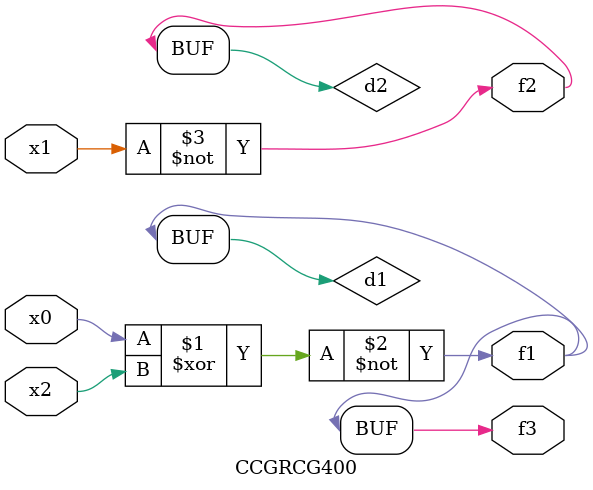
<source format=v>
module CCGRCG400(
	input x0, x1, x2,
	output f1, f2, f3
);

	wire d1, d2, d3;

	xnor (d1, x0, x2);
	nand (d2, x1);
	nor (d3, x1, x2);
	assign f1 = d1;
	assign f2 = d2;
	assign f3 = d1;
endmodule

</source>
